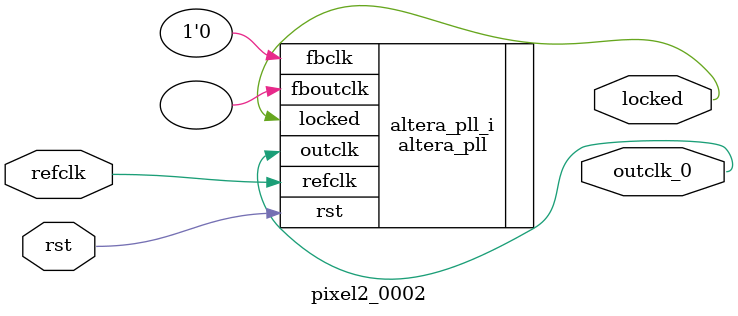
<source format=v>
`timescale 1ns/10ps
module  pixel2_0002(

	// interface 'refclk'
	input wire refclk,

	// interface 'reset'
	input wire rst,

	// interface 'outclk0'
	output wire outclk_0,

	// interface 'locked'
	output wire locked
);

	altera_pll #(
		.fractional_vco_multiplier("false"),
		.reference_clock_frequency("150.0 MHz"),
		.operation_mode("direct"),
		.number_of_clocks(1),
		.output_clock_frequency0("148.500000 MHz"),
		.phase_shift0("0 ps"),
		.duty_cycle0(50),
		.output_clock_frequency1("0 MHz"),
		.phase_shift1("0 ps"),
		.duty_cycle1(50),
		.output_clock_frequency2("0 MHz"),
		.phase_shift2("0 ps"),
		.duty_cycle2(50),
		.output_clock_frequency3("0 MHz"),
		.phase_shift3("0 ps"),
		.duty_cycle3(50),
		.output_clock_frequency4("0 MHz"),
		.phase_shift4("0 ps"),
		.duty_cycle4(50),
		.output_clock_frequency5("0 MHz"),
		.phase_shift5("0 ps"),
		.duty_cycle5(50),
		.output_clock_frequency6("0 MHz"),
		.phase_shift6("0 ps"),
		.duty_cycle6(50),
		.output_clock_frequency7("0 MHz"),
		.phase_shift7("0 ps"),
		.duty_cycle7(50),
		.output_clock_frequency8("0 MHz"),
		.phase_shift8("0 ps"),
		.duty_cycle8(50),
		.output_clock_frequency9("0 MHz"),
		.phase_shift9("0 ps"),
		.duty_cycle9(50),
		.output_clock_frequency10("0 MHz"),
		.phase_shift10("0 ps"),
		.duty_cycle10(50),
		.output_clock_frequency11("0 MHz"),
		.phase_shift11("0 ps"),
		.duty_cycle11(50),
		.output_clock_frequency12("0 MHz"),
		.phase_shift12("0 ps"),
		.duty_cycle12(50),
		.output_clock_frequency13("0 MHz"),
		.phase_shift13("0 ps"),
		.duty_cycle13(50),
		.output_clock_frequency14("0 MHz"),
		.phase_shift14("0 ps"),
		.duty_cycle14(50),
		.output_clock_frequency15("0 MHz"),
		.phase_shift15("0 ps"),
		.duty_cycle15(50),
		.output_clock_frequency16("0 MHz"),
		.phase_shift16("0 ps"),
		.duty_cycle16(50),
		.output_clock_frequency17("0 MHz"),
		.phase_shift17("0 ps"),
		.duty_cycle17(50),
		.pll_type("General"),
		.pll_subtype("General")
	) altera_pll_i (
		.rst	(rst),
		.outclk	({outclk_0}),
		.locked	(locked),
		.fboutclk	( ),
		.fbclk	(1'b0),
		.refclk	(refclk)
	);
endmodule


</source>
